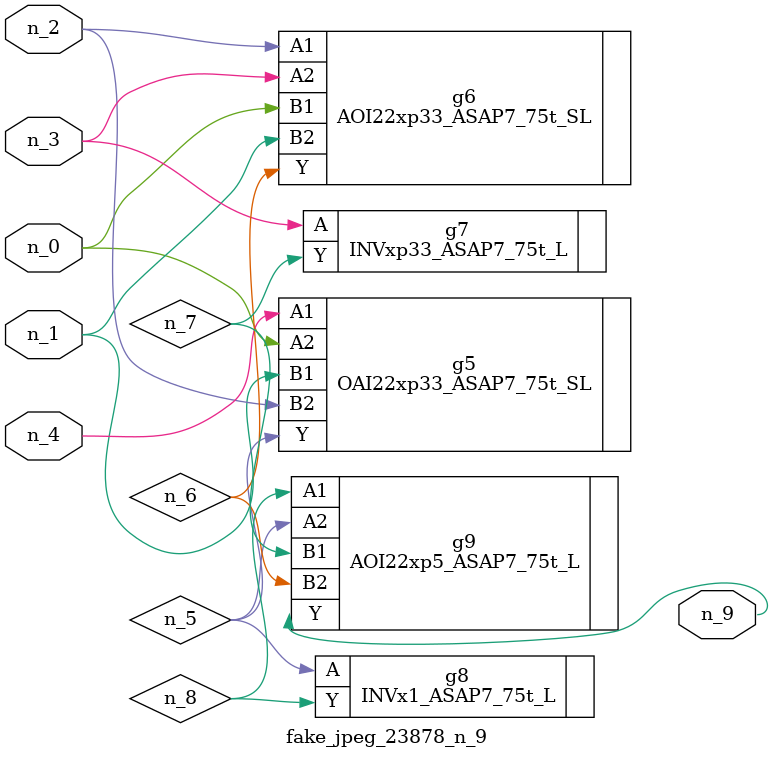
<source format=v>
module fake_jpeg_23878_n_9 (n_3, n_2, n_1, n_0, n_4, n_9);

input n_3;
input n_2;
input n_1;
input n_0;
input n_4;

output n_9;

wire n_8;
wire n_6;
wire n_5;
wire n_7;

OAI22xp33_ASAP7_75t_SL g5 ( 
.A1(n_4),
.A2(n_0),
.B1(n_1),
.B2(n_2),
.Y(n_5)
);

AOI22xp33_ASAP7_75t_SL g6 ( 
.A1(n_2),
.A2(n_3),
.B1(n_0),
.B2(n_1),
.Y(n_6)
);

INVxp33_ASAP7_75t_L g7 ( 
.A(n_3),
.Y(n_7)
);

INVx1_ASAP7_75t_L g8 ( 
.A(n_5),
.Y(n_8)
);

AOI22xp5_ASAP7_75t_L g9 ( 
.A1(n_8),
.A2(n_5),
.B1(n_7),
.B2(n_6),
.Y(n_9)
);


endmodule
</source>
